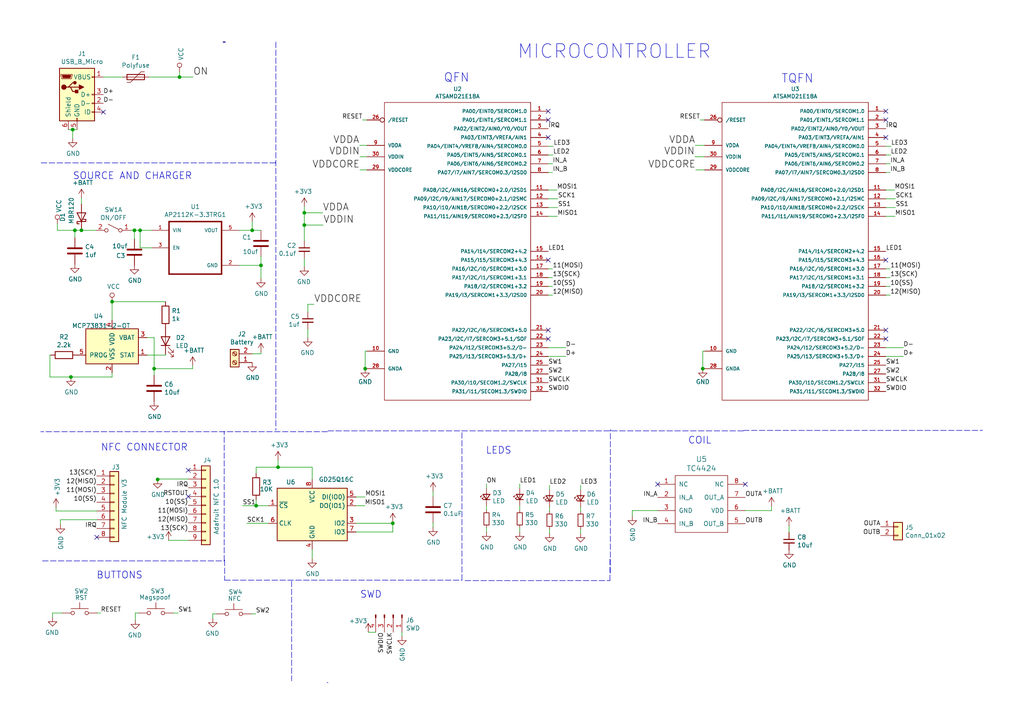
<source format=kicad_sch>
(kicad_sch (version 20211123) (generator eeschema)
  (paper "A4")
  (title_block (title "NFC Copy Cat") (date "2021-04-16") (rev "1.5v") (company "Electronic Cats") (comment 2 "Eduardo Contreras") (comment 3 "Andres Sabas") (comment 4 "Juan Eduardo Rangel Macias "))
  (lib_symbols
    (symbol "Battery_Management:MCP73831-2-OT" (pin_names (offset 1.016))
      (property "Reference" "U" (at -7.62 6.35 0))
      (property "Value" "MCP73831-2-OT" (at 1.27 6.35 0))
      (symbol "MCP73831-2-OT_1_1"
        (pin output line (at 10.16 -2.54 180) (length 2.54) (name "STAT") (number "1"))
        (pin power_in line (at 0 -7.62 90) (length 2.54) (name "VSS") (number "2"))
        (pin power_out line (at 10.16 2.54 180) (length 2.54) (name "VBAT") (number "3"))
        (pin power_in line (at 0 7.62 270) (length 2.54) (name "VDD") (number "4"))
        (pin input line (at -10.16 -2.54 0) (length 2.54) (name "PROG") (number "5"))
      )
    )
    (symbol "Connector:Conn_01x04_Male" (pin_names (offset 1.016) hide)
      (property "Reference" "J" (at 0 5.08 0))
      (property "Value" "Conn_01x04_Male" (at 0 -7.62 0))
      (symbol "Conn_01x04_Male_1_1"
        (pin passive line (at 5.08 2.54 180) (length 3.81) (name "Pin_1") (number "1"))
        (pin passive line (at 5.08 0 180) (length 3.81) (name "Pin_2") (number "2"))
        (pin passive line (at 5.08 -2.54 180) (length 3.81) (name "Pin_3") (number "3"))
        (pin passive line (at 5.08 -5.08 180) (length 3.81) (name "Pin_4") (number "4"))
      )
    )
    (symbol "Connector:Screw_Terminal_01x02" (pin_names (offset 1.016) hide)
      (property "Reference" "J" (at 0 2.54 0))
      (property "Value" "Screw_Terminal_01x02" (at 0 -5.08 0))
      (symbol "Screw_Terminal_01x02_1_1"
        (pin passive line (at -5.08 0 0) (length 3.81) (name "Pin_1") (number "1"))
        (pin passive line (at -5.08 -2.54 0) (length 3.81) (name "Pin_2") (number "2"))
      )
    )
    (symbol "Connector_Generic:Conn_01x02" (pin_names (offset 1.016) hide)
      (property "Reference" "J" (at 0 2.54 0))
      (property "Value" "Conn_01x02" (at 0 -5.08 0))
      (symbol "Conn_01x02_1_1"
        (pin passive line (at -5.08 0 0) (length 3.81) (name "Pin_1") (number "1"))
        (pin passive line (at -5.08 -2.54 0) (length 3.81) (name "Pin_2") (number "2"))
      )
    )
    (symbol "Connector_Generic:Conn_01x08" (pin_names (offset 1.016) hide)
      (property "Reference" "J" (at 0 10.16 0))
      (property "Value" "Conn_01x08" (at 0 -12.7 0))
      (symbol "Conn_01x08_1_1"
        (pin passive line (at -5.08 7.62 0) (length 3.81) (name "Pin_1") (number "1"))
        (pin passive line (at -5.08 5.08 0) (length 3.81) (name "Pin_2") (number "2"))
        (pin passive line (at -5.08 2.54 0) (length 3.81) (name "Pin_3") (number "3"))
        (pin passive line (at -5.08 0 0) (length 3.81) (name "Pin_4") (number "4"))
        (pin passive line (at -5.08 -2.54 0) (length 3.81) (name "Pin_5") (number "5"))
        (pin passive line (at -5.08 -5.08 0) (length 3.81) (name "Pin_6") (number "6"))
        (pin passive line (at -5.08 -7.62 0) (length 3.81) (name "Pin_7") (number "7"))
        (pin passive line (at -5.08 -10.16 0) (length 3.81) (name "Pin_8") (number "8"))
      )
    )
    (symbol "Connector_Generic:Conn_01x09" (pin_names (offset 1.016) hide)
      (property "Reference" "J" (at 0 12.7 0))
      (property "Value" "Conn_01x09" (at 0 -12.7 0))
      (symbol "Conn_01x09_1_1"
        (pin passive line (at -5.08 10.16 0) (length 3.81) (name "Pin_1") (number "1"))
        (pin passive line (at -5.08 7.62 0) (length 3.81) (name "Pin_2") (number "2"))
        (pin passive line (at -5.08 5.08 0) (length 3.81) (name "Pin_3") (number "3"))
        (pin passive line (at -5.08 2.54 0) (length 3.81) (name "Pin_4") (number "4"))
        (pin passive line (at -5.08 0 0) (length 3.81) (name "Pin_5") (number "5"))
        (pin passive line (at -5.08 -2.54 0) (length 3.81) (name "Pin_6") (number "6"))
        (pin passive line (at -5.08 -5.08 0) (length 3.81) (name "Pin_7") (number "7"))
        (pin passive line (at -5.08 -7.62 0) (length 3.81) (name "Pin_8") (number "8"))
        (pin passive line (at -5.08 -10.16 0) (length 3.81) (name "Pin_9") (number "9"))
      )
    )
    (symbol "Device:C" (pin_numbers hide) (pin_names (offset 0.254))
      (property "Reference" "C" (at 0.635 2.54 0))
      (property "Value" "C" (at 0.635 -2.54 0))
      (symbol "C_1_1"
        (pin passive line (at 0 3.81 270) (length 2.794) (name "~") (number "1"))
        (pin passive line (at 0 -3.81 90) (length 2.794) (name "~") (number "2"))
      )
    )
    (symbol "Device:C_Small" (pin_numbers hide) (pin_names (offset 0.254) hide)
      (property "Reference" "C" (at 0.254 1.778 0))
      (property "Value" "C_Small" (at 0.254 -2.032 0))
      (symbol "C_Small_1_1"
        (pin passive line (at 0 2.54 270) (length 2.032) (name "~") (number "1"))
        (pin passive line (at 0 -2.54 90) (length 2.032) (name "~") (number "2"))
      )
    )
    (symbol "Device:D_Schottky" (pin_numbers hide) (pin_names (offset 1.016) hide)
      (property "Reference" "D" (at 0 2.54 0))
      (property "Value" "D_Schottky" (at 0 -2.54 0))
      (symbol "D_Schottky_1_1"
        (pin passive line (at -3.81 0 0) (length 2.54) (name "K") (number "1"))
        (pin passive line (at 3.81 0 180) (length 2.54) (name "A") (number "2"))
      )
    )
    (symbol "Device:LED" (pin_numbers hide) (pin_names (offset 1.016) hide)
      (property "Reference" "D" (at 0 2.54 0))
      (property "Value" "LED" (at 0 -2.54 0))
      (symbol "LED_1_1"
        (pin passive line (at -3.81 0 0) (length 2.54) (name "K") (number "1"))
        (pin passive line (at 3.81 0 180) (length 2.54) (name "A") (number "2"))
      )
    )
    (symbol "Device:LED_Small" (pin_numbers hide) (pin_names (offset 0.254) hide)
      (property "Reference" "D" (at -1.27 3.175 0))
      (property "Value" "LED_Small" (at -4.445 -2.54 0))
      (symbol "LED_Small_1_1"
        (pin passive line (at -2.54 0 0) (length 1.778) (name "K") (number "1"))
        (pin passive line (at 2.54 0 180) (length 1.778) (name "A") (number "2"))
      )
    )
    (symbol "Device:Polyfuse" (pin_numbers hide) (pin_names (offset 0))
      (property "Reference" "F" (at -2.54 0 90))
      (property "Value" "Polyfuse" (at 2.54 0 90))
      (symbol "Polyfuse_1_1"
        (pin passive line (at 0 3.81 270) (length 1.27) (name "~") (number "1"))
        (pin passive line (at 0 -3.81 90) (length 1.27) (name "~") (number "2"))
      )
    )
    (symbol "Device:R" (pin_numbers hide) (pin_names (offset 0))
      (property "Reference" "R" (at 2.032 0 90))
      (property "Value" "R" (at 0 0 90))
      (symbol "R_1_1"
        (pin passive line (at 0 3.81 270) (length 1.27) (name "~") (number "1"))
        (pin passive line (at 0 -3.81 90) (length 1.27) (name "~") (number "2"))
      )
    )
    (symbol "Device:R_Small" (pin_numbers hide) (pin_names (offset 0.254) hide)
      (property "Reference" "R" (at 0.762 0.508 0))
      (property "Value" "R_Small" (at 0.762 -1.016 0))
      (symbol "R_Small_1_1"
        (pin passive line (at 0 2.54 270) (length 0.762) (name "~") (number "1"))
        (pin passive line (at 0 -2.54 90) (length 0.762) (name "~") (number "2"))
      )
    )
    (symbol "Memory_Flash:W25Q32JVSS"
      (property "Reference" "U" (at -8.89 8.89 0))
      (property "Value" "W25Q32JVSS" (at 7.62 8.89 0))
      (symbol "W25Q32JVSS_1_1"
        (pin input line (at -12.7 2.54 0) (length 2.54) (name "~{CS}") (number "1"))
        (pin bidirectional line (at 12.7 2.54 180) (length 2.54) (name "DO(IO1)") (number "2"))
        (pin bidirectional line (at 12.7 -2.54 180) (length 2.54) (name "IO2") (number "3"))
        (pin power_in line (at 0 -10.16 90) (length 2.54) (name "GND") (number "4"))
        (pin bidirectional line (at 12.7 5.08 180) (length 2.54) (name "DI(IO0)") (number "5"))
        (pin input line (at -12.7 -2.54 0) (length 2.54) (name "CLK") (number "6"))
        (pin bidirectional line (at 12.7 -5.08 180) (length 2.54) (name "IO3") (number "7"))
        (pin power_in line (at 0 10.16 270) (length 2.54) (name "VCC") (number "8"))
      )
    )
    (symbol "nfc_copy_cat-rescue:AP2112K-3.3TRG1-electroniccats" (pin_names (offset 1.016))
      (property "Reference" "U" (at -7.6708 8.6614 0))
      (property "Value" "AP2112K-3.3TRG1-electroniccats" (at -7.6454 -11.6586 0))
      (symbol "AP2112K-3.3TRG1-electroniccats_0_0"
        (pin power_in line (at -12.7 5.08 0) (length 5.08) (name "VIN") (number "1"))
        (pin power_in line (at 12.7 -5.08 180) (length 5.08) (name "GND") (number "2"))
        (pin input line (at -12.7 0 0) (length 5.08) (name "EN") (number "3"))
        (pin power_in line (at 12.7 5.08 180) (length 5.08) (name "VOUT") (number "5"))
      )
    )
    (symbol "nfc_copy_cat-rescue:ATSAMD21E18A-electroniccats" (pin_names (offset 1.016))
      (property "Reference" "U" (at -11.938 43.434 0))
      (property "Value" "ATSAMD21E18A-electroniccats" (at 20.828 43.942 0))
      (symbol "ATSAMD21E18A-electroniccats_1_1"
        (pin bidirectional line (at 35.56 40.64 180) (length 5.08) (name "PA00/EINT0/SERCOM1.0") (number "1"))
        (pin power_in line (at -17.018 -28.956 0) (length 5.08) (name "GND") (number "10"))
        (pin bidirectional line (at 35.56 17.78 180) (length 5.08) (name "PA08/I2C/AIN16/SERCOM0+2.0/I2SD1") (number "11"))
        (pin bidirectional line (at 35.56 15.24 180) (length 5.08) (name "PA09/I2C/I9/AIN17/SERCOM0+2.1/I2SMC") (number "12"))
        (pin bidirectional line (at 35.56 12.7 180) (length 5.08) (name "PA10/I10/AIN18/SERCOM0+2.2/I2SCK") (number "13"))
        (pin bidirectional line (at 35.56 10.16 180) (length 5.08) (name "PA11/I11/AIN19/SERCOM0+2.3/I2SF0") (number "14"))
        (pin bidirectional line (at 35.56 0 180) (length 5.08) (name "PA14/I14/SERCOM2+4.2") (number "15"))
        (pin bidirectional line (at 35.56 -2.54 180) (length 5.08) (name "PA15/I15/SERCOM3+4.3") (number "16"))
        (pin bidirectional line (at 35.56 -5.08 180) (length 5.08) (name "PA16/I2C/I0/SERCOM1+3.0") (number "17"))
        (pin bidirectional line (at 35.56 -7.62 180) (length 5.08) (name "PA17/I2C/I1/SERCOM1+3.1") (number "18"))
        (pin bidirectional line (at 35.56 -10.16 180) (length 5.08) (name "PA18/I2/SERCOM1+3.2") (number "19"))
        (pin bidirectional line (at 35.56 38.1 180) (length 5.08) (name "PA01/EINT1/SERCOM1.1") (number "2"))
        (pin bidirectional line (at 35.56 -12.7 180) (length 5.08) (name "PA19/I3/SERCOM1+3.3/I2SD0") (number "20"))
        (pin bidirectional line (at 35.56 -22.86 180) (length 5.08) (name "PA22/I2C/I6/SERCOM3+5.0") (number "21"))
        (pin bidirectional line (at 35.56 -25.4 180) (length 5.08) (name "PA23/I2C/I7/SERCOM3+5.1/SOF") (number "22"))
        (pin bidirectional line (at 35.56 -27.94 180) (length 5.08) (name "PA24/I12/SERCOM3+5.2/D-") (number "23"))
        (pin bidirectional line (at 35.56 -30.48 180) (length 5.08) (name "PA25/I13/SERCOM3+5.3/D+") (number "24"))
        (pin bidirectional line (at 35.56 -33.02 180) (length 5.08) (name "PA27/I15") (number "25"))
        (pin bidirectional inverted (at -17.018 38.1 0) (length 5.08) (name "/RESET") (number "26"))
        (pin bidirectional line (at 35.56 -35.56 180) (length 5.08) (name "PA28/I8") (number "27"))
        (pin power_in line (at -17.018 -34.036 0) (length 5.08) (name "GNDA") (number "28"))
        (pin power_in line (at -17.018 23.622 0) (length 5.08) (name "VDDCORE") (number "29"))
        (pin bidirectional line (at 35.56 35.56 180) (length 5.08) (name "PA02/EINT2/AIN0/Y0/VOUT") (number "3"))
        (pin power_in line (at -17.018 27.432 0) (length 5.08) (name "VDDIN") (number "30"))
        (pin bidirectional line (at 35.56 -38.1 180) (length 5.08) (name "PA30/I10/SECOM1.2/SWCLK") (number "31"))
        (pin bidirectional line (at 35.56 -40.64 180) (length 5.08) (name "PA31/I11/SECOM1.3/SWDIO") (number "32"))
        (pin bidirectional line (at 35.56 33.02 180) (length 5.08) (name "PA03/EINT3/VREFA/AIN1") (number "4"))
        (pin bidirectional line (at 35.56 30.48 180) (length 5.08) (name "PA04/EINT4/VREFB/AIN4/SERCOM0.0") (number "5"))
        (pin bidirectional line (at 35.56 27.94 180) (length 5.08) (name "PA05/EINT5/AIN5/SERCOM0.1") (number "6"))
        (pin bidirectional line (at 35.56 25.4 180) (length 5.08) (name "PA06/EINT6/AIN6/SERCOM0.2") (number "7"))
        (pin bidirectional line (at 35.56 22.86 180) (length 5.08) (name "PA07/I7/AIN7/SERCOM0.3/I2SD0") (number "8"))
        (pin power_in line (at -17.018 30.734 0) (length 5.08) (name "VDDA") (number "9"))
      )
    )
    (symbol "nfc_copy_cat-rescue:GND-MagSpoofTC-cache" (power) (pin_names (offset 0))
      (property "Value" "GND-MagSpoofTC-cache" (at 0 -3.81 0))
      (symbol "GND-MagSpoofTC-cache_1_1"
        (pin power_in line (at 0 0 270) (length 0) hide (name "GND") (number "1"))
      )
    )
    (symbol "nfc_copy_cat-rescue:SW_DPST_x2-Switch" (pin_names (offset 0) hide)
      (property "Reference" "SW" (at 0 3.175 0))
      (property "Value" "SW_DPST_x2-Switch" (at 0 -2.54 0))
      (symbol "SW_DPST_x2-Switch_1_1"
        (pin passive line (at -5.08 0 0) (length 2.54) (name "A") (number "1"))
        (pin passive line (at 5.08 0 180) (length 2.54) (name "B") (number "2"))
      )
      (symbol "SW_DPST_x2-Switch_2_1"
        (pin input line (at -5.08 0 0) (length 2.54) (name "A") (number "3"))
        (pin input line (at 5.08 0 180) (length 2.54) (name "B") (number "4"))
      )
    )
    (symbol "nfc_copy_cat-rescue:Switch_SW_Push-Bast_WAN-cache" (pin_numbers hide) (pin_names (offset 1.016) hide)
      (property "Reference" "SW" (at 1.27 2.54 0))
      (property "Value" "Switch_SW_Push-Bast_WAN-cache" (at 0 -1.524 0))
      (symbol "Switch_SW_Push-Bast_WAN-cache_0_1"
        (pin passive line (at -5.08 0 0) (length 2.54) (name "1") (number "1"))
        (pin passive line (at 5.08 0 180) (length 2.54) (name "2") (number "2"))
      )
    )
    (symbol "nfc_copy_cat-rescue:TC4424-MagSpoofTC-cache" (pin_names (offset 1.016))
      (property "Reference" "U" (at 6.35 -8.89 0))
      (property "Value" "TC4424-MagSpoofTC-cache" (at -3.81 -8.89 0))
      (symbol "TC4424-MagSpoofTC-cache_1_1"
        (pin input line (at -12.7 6.35 0) (length 5.08) (name "NC") (number "1"))
        (pin input line (at -12.7 2.54 0) (length 5.08) (name "IN_A") (number "2"))
        (pin input line (at -12.7 -1.27 0) (length 5.08) (name "GND") (number "3"))
        (pin input line (at -12.7 -5.08 0) (length 5.08) (name "IN_B") (number "4"))
        (pin input line (at 12.7 -5.08 180) (length 5.08) (name "OUT_B") (number "5"))
        (pin input line (at 12.7 -1.27 180) (length 5.08) (name "VDD") (number "6"))
        (pin input line (at 12.7 2.54 180) (length 5.08) (name "OUT_A") (number "7"))
        (pin input line (at 12.7 6.35 180) (length 5.08) (name "NC") (number "8"))
      )
    )
    (symbol "nfc_copy_cat-rescue:USB_B_Micro-Connector" (pin_names (offset 1.016))
      (property "Reference" "J" (at -5.08 11.43 0))
      (property "Value" "USB_B_Micro-Connector" (at -5.08 8.89 0))
      (symbol "USB_B_Micro-Connector_1_1"
        (pin power_out line (at 7.62 5.08 180) (length 2.54) (name "VBUS") (number "1"))
        (pin passive line (at 7.62 -2.54 180) (length 2.54) (name "D-") (number "2"))
        (pin passive line (at 7.62 0 180) (length 2.54) (name "D+") (number "3"))
        (pin passive line (at 7.62 -5.08 180) (length 2.54) (name "ID") (number "4"))
        (pin power_out line (at 0 -10.16 90) (length 2.54) (name "GND") (number "5"))
        (pin passive line (at -2.54 -10.16 90) (length 2.54) (name "Shield") (number "6"))
      )
    )
    (symbol "nfc_copy_cat-rescue:VCC-MagSpoofTC-cache" (power) (pin_names (offset 0))
      (property "Value" "VCC-MagSpoofTC-cache" (at 0 3.81 0))
      (symbol "VCC-MagSpoofTC-cache_1_1"
        (pin power_in line (at 0 0 90) (length 0) hide (name "VCC") (number "1"))
      )
    )
    (symbol "power:+3.3V" (power) (pin_names (offset 0))
      (property "Value" "+3.3V" (at 0 3.556 0))
      (symbol "+3.3V_1_1"
        (pin power_in line (at 0 0 90) (length 0) hide (name "+3V3") (number "1"))
      )
    )
    (symbol "power:+BATT" (power) (pin_names (offset 0))
      (property "Value" "+BATT" (at 0 3.556 0))
      (symbol "+BATT_1_1"
        (pin power_in line (at 0 0 90) (length 0) hide (name "+BATT") (number "1"))
      )
    )
    (symbol "power:GND" (power) (pin_names (offset 0))
      (property "Value" "GND" (at 0 -3.81 0))
      (symbol "GND_1_1"
        (pin power_in line (at 0 0 270) (length 0) hide (name "GND") (number "1"))
      )
    )
  )
  (junction (at 80.645 135.509))
  (junction (at 75.692 76.962))
  (junction (at 23.622 66.802))
  (junction (at 45.72 139.065))
  (junction (at 21.082 37.592))
  (junction (at 21.717 66.802))
  (junction (at 88.265 65.278))
  (junction (at 44.704 106.934))
  (junction (at 203.835 106.934))
  (junction (at 40.64 66.802))
  (junction (at 74.295 146.685))
  (junction (at 20.574 109.347))
  (junction (at 38.989 66.802))
  (junction (at 113.919 151.765))
  (junction (at 73.152 66.802))
  (junction (at 52.07 22.352))
  (junction (at 88.265 61.722))
  (junction (at 105.918 106.934))
  (junction (at 32.512 87.503))
  (no_connect (at 29.972 32.512))
  (no_connect (at 256.921 98.298))
  (no_connect (at 159.004 32.258))
  (no_connect (at 28.067 155.829))
  (no_connect (at 54.61 144.018))
  (no_connect (at 256.921 32.258))
  (no_connect (at 159.004 34.798))
  (no_connect (at 159.004 98.298))
  (no_connect (at 54.61 136.398))
  (no_connect (at 159.004 75.438))
  (no_connect (at 256.921 39.878))
  (no_connect (at 159.004 39.878))
  (no_connect (at 256.921 95.758))
  (no_connect (at 159.004 95.758))
  (no_connect (at 190.754 140.462))
  (no_connect (at 256.921 75.438))
  (no_connect (at 256.921 34.798))
  (no_connect (at 216.154 140.462))
  (wire (pts (xy 17.526 150.749) (xy 17.526 152.146)))
  (wire (pts (xy 258.191 80.518) (xy 256.921 80.518)))
  (wire (pts (xy 141.097 146.685) (xy 141.097 147.955)))
  (wire (pts (xy 43.18 22.352) (xy 52.07 22.352)))
  (polyline (pts (xy 215.646 124.841) (xy 284.861 124.841)))
  (wire (pts (xy 256.921 77.978) (xy 258.191 77.978)))
  (wire (pts (xy 262.001 100.838) (xy 256.921 100.838)))
  (wire (pts (xy 88.265 65.278) (xy 88.265 69.85)))
  (wire (pts (xy 203.073 34.798) (xy 204.343 34.798)))
  (wire (pts (xy 14.478 102.997) (xy 14.478 109.347)))
  (wire (pts (xy 16.637 66.802) (xy 21.717 66.802)))
  (wire (pts (xy 19.812 37.592) (xy 21.082 37.592)))
  (wire (pts (xy 42.672 102.997) (xy 48.006 102.997)))
  (wire (pts (xy 168.402 153.416) (xy 168.402 154.686)))
  (wire (pts (xy 48.895 156.718) (xy 54.61 156.718)))
  (wire (pts (xy 89.281 88.265) (xy 91.059 88.265)))
  (wire (pts (xy 103.251 154.305) (xy 113.919 154.305)))
  (wire (pts (xy 159.004 55.118) (xy 161.544 55.118)))
  (wire (pts (xy 159.004 62.738) (xy 161.671 62.738)))
  (wire (pts (xy 113.919 151.765) (xy 113.919 154.305)))
  (wire (pts (xy 61.722 178.054) (xy 62.738 178.054)))
  (wire (pts (xy 201.676 42.164) (xy 204.343 42.164)))
  (wire (pts (xy 159.004 77.978) (xy 160.274 77.978)))
  (wire (pts (xy 52.07 22.352) (xy 52.07 20.828)))
  (wire (pts (xy 29.972 22.352) (xy 35.56 22.352)))
  (wire (pts (xy 159.004 47.498) (xy 160.274 47.498)))
  (wire (pts (xy 16.637 66.802) (xy 16.637 64.897)))
  (polyline (pts (xy 84.582 168.529) (xy 84.582 197.485)))
  (wire (pts (xy 21.082 37.592) (xy 22.352 37.592)))
  (wire (pts (xy 203.835 101.854) (xy 204.343 101.854)))
  (wire (pts (xy 89.281 97.917) (xy 89.281 95.504)))
  (wire (pts (xy 73.152 102.616) (xy 75.692 102.616)))
  (wire (pts (xy 256.921 62.738) (xy 259.588 62.738)))
  (polyline (pts (xy 95.123 197.993) (xy 94.869 197.993)))
  (wire (pts (xy 159.004 42.418) (xy 160.528 42.418)))
  (wire (pts (xy 103.251 144.145) (xy 105.918 144.145)))
  (wire (pts (xy 43.942 71.882) (xy 40.64 71.882)))
  (wire (pts (xy 103.251 146.685) (xy 105.791 146.685)))
  (wire (pts (xy 228.854 154.432) (xy 228.854 152.527)))
  (wire (pts (xy 159.004 44.958) (xy 160.401 44.958)))
  (wire (pts (xy 150.749 153.035) (xy 150.749 154.305)))
  (wire (pts (xy 44.704 106.934) (xy 44.704 108.839)))
  (wire (pts (xy 77.851 146.685) (xy 74.295 146.685)))
  (wire (pts (xy 14.732 102.997) (xy 14.478 102.997)))
  (wire (pts (xy 75.692 76.962) (xy 75.692 80.772)))
  (wire (pts (xy 183.388 148.082) (xy 183.388 149.733)))
  (wire (pts (xy 104.267 42.164) (xy 106.426 42.164)))
  (wire (pts (xy 75.692 74.422) (xy 75.692 76.962)))
  (polyline (pts (xy 80.01 12.192) (xy 80.01 124.841)))
  (wire (pts (xy 90.551 159.385) (xy 90.551 162.052)))
  (wire (pts (xy 29.21 177.8) (xy 28.194 177.8)))
  (wire (pts (xy 55.88 106.045) (xy 55.88 106.934)))
  (wire (pts (xy 203.835 106.934) (xy 204.343 106.934)))
  (wire (pts (xy 80.645 135.509) (xy 90.551 135.509)))
  (wire (pts (xy 88.265 59.944) (xy 88.265 61.722)))
  (wire (pts (xy 256.921 50.038) (xy 258.191 50.038)))
  (wire (pts (xy 21.082 37.592) (xy 21.082 40.132)))
  (polyline (pts (xy 177.038 166.243) (xy 177.038 124.714)))
  (wire (pts (xy 70.358 146.685) (xy 74.295 146.685)))
  (wire (pts (xy 73.152 66.802) (xy 69.342 66.802)))
  (wire (pts (xy 51.689 177.8) (xy 50.292 177.8)))
  (wire (pts (xy 125.603 151.638) (xy 125.603 152.908)))
  (wire (pts (xy 74.295 135.509) (xy 80.645 135.509)))
  (wire (pts (xy 106.807 183.388) (xy 108.966 183.388)))
  (wire (pts (xy 201.803 49.276) (xy 204.343 49.276)))
  (wire (pts (xy 75.692 66.802) (xy 73.152 66.802)))
  (polyline (pts (xy 65.151 168.275) (xy 133.985 168.275)))
  (wire (pts (xy 73.152 64.262) (xy 73.152 66.802)))
  (wire (pts (xy 88.265 74.93) (xy 88.265 77.343)))
  (wire (pts (xy 48.006 102.997) (xy 48.006 102.743)))
  (wire (pts (xy 159.385 153.416) (xy 159.385 154.686)))
  (wire (pts (xy 258.191 85.598) (xy 256.921 85.598)))
  (wire (pts (xy 28.067 150.749) (xy 17.526 150.749)))
  (wire (pts (xy 141.097 140.335) (xy 141.097 141.605)))
  (wire (pts (xy 89.281 90.424) (xy 89.281 88.265)))
  (wire (pts (xy 159.004 57.658) (xy 161.798 57.658)))
  (wire (pts (xy 37.973 66.802) (xy 38.989 66.802)))
  (wire (pts (xy 44.704 97.917) (xy 44.704 106.934)))
  (wire (pts (xy 45.72 139.065) (xy 45.72 138.938)))
  (wire (pts (xy 74.295 146.685) (xy 74.295 144.907)))
  (wire (pts (xy 141.097 153.035) (xy 141.097 154.305)))
  (wire (pts (xy 256.921 83.058) (xy 258.191 83.058)))
  (wire (pts (xy 28.067 148.209) (xy 16.256 148.209)))
  (wire (pts (xy 256.921 55.118) (xy 259.461 55.118)))
  (wire (pts (xy 256.921 44.958) (xy 258.318 44.958)))
  (wire (pts (xy 90.551 135.509) (xy 90.551 139.065)))
  (wire (pts (xy 216.154 148.082) (xy 223.774 148.082)))
  (wire (pts (xy 21.717 68.961) (xy 21.717 66.802)))
  (wire (pts (xy 40.64 71.882) (xy 40.64 66.802)))
  (wire (pts (xy 168.402 140.716) (xy 168.402 141.986)))
  (wire (pts (xy 160.274 85.598) (xy 159.004 85.598)))
  (polyline (pts (xy 12.319 162.687) (xy 65.024 162.687)))
  (wire (pts (xy 159.004 103.378) (xy 164.084 103.378)))
  (wire (pts (xy 88.265 61.722) (xy 88.265 65.278)))
  (wire (pts (xy 93.726 65.278) (xy 88.265 65.278)))
  (wire (pts (xy 105.918 101.854) (xy 105.918 106.934)))
  (wire (pts (xy 77.851 151.765) (xy 71.628 151.765)))
  (wire (pts (xy 159.385 140.716) (xy 159.385 141.986)))
  (polyline (pts (xy 65.024 162.687) (xy 65.024 125.095)))
  (wire (pts (xy 56.007 22.352) (xy 52.07 22.352)))
  (wire (pts (xy 256.921 103.378) (xy 262.001 103.378)))
  (polyline (pts (xy 94.996 125.222) (xy 11.811 125.222)))
  (polyline (pts (xy 11.938 47.244) (xy 79.883 47.244)))
  (wire (pts (xy 14.478 109.347) (xy 20.574 109.347)))
  (wire (pts (xy 150.749 146.685) (xy 150.749 147.955)))
  (polyline (pts (xy 177.038 124.714) (xy 177.292 124.714)))
  (bus (pts (xy 65.278 12.192) (xy 64.77 12.192)))
  (wire (pts (xy 103.251 151.765) (xy 113.919 151.765)))
  (wire (pts (xy 159.004 83.058) (xy 160.274 83.058)))
  (wire (pts (xy 32.512 87.503) (xy 48.006 87.503)))
  (wire (pts (xy 80.645 133.477) (xy 80.645 135.509)))
  (wire (pts (xy 40.64 66.802) (xy 43.942 66.802)))
  (wire (pts (xy 45.72 138.938) (xy 54.61 138.938)))
  (wire (pts (xy 15.24 177.8) (xy 18.034 177.8)))
  (wire (pts (xy 23.622 66.802) (xy 27.813 66.802)))
  (polyline (pts (xy 133.985 168.275) (xy 133.985 124.841)))
  (wire (pts (xy 105.918 106.934) (xy 106.426 106.934)))
  (wire (pts (xy 42.672 97.917) (xy 44.704 97.917)))
  (wire (pts (xy 93.599 61.722) (xy 88.265 61.722)))
  (wire (pts (xy 159.004 50.038) (xy 160.274 50.038)))
  (wire (pts (xy 55.88 106.934) (xy 44.704 106.934)))
  (wire (pts (xy 190.754 148.082) (xy 183.388 148.082)))
  (wire (pts (xy 159.004 60.198) (xy 161.798 60.198)))
  (wire (pts (xy 23.622 59.182) (xy 23.622 57.404)))
  (wire (pts (xy 105.156 34.798) (xy 106.426 34.798)))
  (wire (pts (xy 32.512 108.077) (xy 32.512 109.347)))
  (polyline (pts (xy 176.911 168.402) (xy 176.911 162.052)))
  (wire (pts (xy 39.243 177.8) (xy 40.132 177.8)))
  (wire (pts (xy 15.24 179.07) (xy 15.24 177.8)))
  (wire (pts (xy 61.722 179.324) (xy 61.722 178.054)))
  (wire (pts (xy 69.342 76.962) (xy 75.692 76.962)))
  (wire (pts (xy 104.394 45.466) (xy 106.426 45.466)))
  (wire (pts (xy 256.921 42.418) (xy 258.445 42.418)))
  (polyline (pts (xy 215.646 124.968) (xy 95.123 124.968)))
  (wire (pts (xy 39.243 179.832) (xy 39.243 177.8)))
  (wire (pts (xy 116.586 183.388) (xy 116.586 184.531)))
  (wire (pts (xy 125.603 144.018) (xy 125.603 142.494)))
  (polyline (pts (xy 65.151 162.433) (xy 65.151 168.275)))
  (wire (pts (xy 38.989 69.342) (xy 38.989 66.802)))
  (wire (pts (xy 21.717 66.802) (xy 23.622 66.802)))
  (polyline (pts (xy 134.874 168.402) (xy 176.911 168.402)))
  (wire (pts (xy 201.549 45.466) (xy 204.343 45.466)))
  (wire (pts (xy 159.385 147.066) (xy 159.385 148.336)))
  (wire (pts (xy 75.692 102.616) (xy 75.692 102.108)))
  (wire (pts (xy 223.774 148.082) (xy 223.774 146.812)))
  (wire (pts (xy 164.084 100.838) (xy 159.004 100.838)))
  (wire (pts (xy 168.402 147.066) (xy 168.402 148.336)))
  (wire (pts (xy 256.921 47.498) (xy 258.191 47.498)))
  (polyline (pts (xy 284.861 124.841) (xy 284.861 124.714)))
  (wire (pts (xy 104.394 49.276) (xy 106.426 49.276)))
  (wire (pts (xy 256.921 60.198) (xy 259.715 60.198)))
  (wire (pts (xy 16.256 148.209) (xy 16.256 147.193)))
  (wire (pts (xy 105.918 101.854) (xy 106.426 101.854)))
  (wire (pts (xy 113.919 151.384) (xy 113.919 151.765)))
  (wire (pts (xy 256.921 57.658) (xy 259.715 57.658)))
  (wire (pts (xy 203.835 101.854) (xy 203.835 106.934)))
  (wire (pts (xy 72.898 178.054) (xy 74.168 178.054)))
  (wire (pts (xy 38.989 66.802) (xy 40.64 66.802)))
  (wire (pts (xy 32.512 109.347) (xy 20.574 109.347)))
  (wire (pts (xy 32.512 92.837) (xy 32.512 87.503)))
  (wire (pts (xy 160.274 80.518) (xy 159.004 80.518)))
  (wire (pts (xy 150.749 140.335) (xy 150.749 141.605)))
  (polyline (pts (xy 79.883 47.244) (xy 79.883 46.99)))
  (wire (pts (xy 74.295 137.287) (xy 74.295 135.509)))
  (text "QFN" (at 128.651 24.13 0) (effects (font (size 2.4892 2.4892)) (justify left bottom)))
  (text "NFC CONNECTOR" (at 29.21 131.064 0) (effects (font (size 2.0066 2.0066)) (justify left bottom)))
  (text "LEDS" (at 140.843 131.953 0) (effects (font (size 2.0066 2.0066)) (justify left bottom)))
  (text "SWD" (at 104.394 173.736 0) (effects (font (size 2.0066 2.0066)) (justify left bottom)))
  (text "TQFN" (at 226.568 24.384 0) (effects (font (size 2.4892 2.4892)) (justify left bottom)))
  (text "SOURCE AND CHARGER" (at 21.082 52.324 0) (effects (font (size 2.0066 2.0066)) (justify left bottom)))
  (text "COIL" (at 199.517 129.032 0) (effects (font (size 2.0066 2.0066)) (justify left bottom)))
  (text "BUTTONS" (at 27.94 168.148 0) (effects (font (size 2.0066 2.0066)) (justify left bottom)))
  (text "MICROCONTROLLER" (at 149.987 17.399 0) (effects (font (size 3.9878 3.9878)) (justify left bottom)))
  (label "IN_B" (at 190.754 151.892 180))
  (label "ON" (at 56.007 22.352 0) (effects (font (size 2.0066 2.0066))))
  (label "SS1" (at 259.715 60.198 0))
  (label "OUTB" (at 255.397 155.321 180))
  (label "OUTA" (at 216.154 144.272 0))
  (label "IN_A" (at 258.191 47.498 0))
  (label "VDDIN" (at 104.394 45.466 180) (effects (font (size 2.0066 2.0066))))
  (label "RESET" (at 203.073 34.798 180))
  (label "12(MISO)" (at 160.274 85.598 0))
  (label "LED1" (at 150.749 140.335 0))
  (label "MISO1" (at 105.791 146.685 0))
  (label "SWCLK" (at 256.921 110.998 0))
  (label "SW1" (at 51.689 177.8 0))
  (label "D+" (at 262.001 103.378 0))
  (label "11(MOSI)" (at 28.067 143.129 180))
  (label "IN_A" (at 190.754 144.272 180))
  (label "VDDA" (at 201.676 42.164 180) (effects (font (size 2.0066 2.0066))))
  (label "SWDIO" (at 111.506 183.388 270))
  (label "SWDIO" (at 256.921 113.538 0))
  (label "SWDIO" (at 159.004 113.538 0))
  (label "10(SS)" (at 54.61 146.558 180))
  (label "IN_B" (at 160.274 50.038 0))
  (label "IRQ" (at 28.067 153.289 180))
  (label "IN_B" (at 258.191 50.038 0))
  (label "MISO1" (at 161.671 62.738 0))
  (label "SW2" (at 159.004 108.458 0))
  (label "11(MOSI)" (at 54.61 149.098 180))
  (label "SCK1" (at 71.628 151.765 0))
  (label "IRQ" (at 159.004 37.338 0))
  (label "VDDA" (at 104.267 42.164 180) (effects (font (size 2.0066 2.0066))))
  (label "12(MISO)" (at 54.61 151.638 180))
  (label "IN_A" (at 160.274 47.498 0))
  (label "LED3" (at 168.402 140.716 0))
  (label "D-" (at 164.084 100.838 0))
  (label "MOSI1" (at 161.544 55.118 0))
  (label "RESET" (at 105.156 34.798 180))
  (label "D-" (at 262.001 100.838 0))
  (label "LED2" (at 258.318 44.958 0))
  (label "12(MISO)" (at 258.191 85.598 0))
  (label "IRQ" (at 256.921 37.338 0))
  (label "LED3" (at 258.445 42.418 0))
  (label "SS1" (at 70.358 146.685 0))
  (label "VDDCORE" (at 201.803 49.276 180) (effects (font (size 2.0066 2.0066))))
  (label "D-" (at 29.972 29.972 0))
  (label "VDDCORE" (at 104.394 49.276 180) (effects (font (size 2.0066 2.0066))))
  (label "SWCLK" (at 114.046 183.388 270))
  (label "10(SS)" (at 28.067 145.669 180))
  (label "ON" (at 141.097 140.335 0))
  (label "SW1" (at 159.004 105.918 0))
  (label "SW2" (at 74.168 178.054 0))
  (label "12(MISO)" (at 28.067 140.589 180))
  (label "D+" (at 164.084 103.378 0))
  (label "LED3" (at 160.528 42.418 0))
  (label "13(SCK)" (at 160.274 80.518 0))
  (label "MOSI1" (at 259.461 55.118 0))
  (label "RESET" (at 29.21 177.8 0))
  (label "VDDIN" (at 201.549 45.466 180) (effects (font (size 2.0066 2.0066))))
  (label "OUTA" (at 255.397 152.781 180))
  (label "LED2" (at 159.385 140.716 0))
  (label "VDDCORE" (at 91.059 88.265 0) (effects (font (size 2.0066 2.0066))))
  (label "11(MOSI)" (at 258.191 77.978 0))
  (label "SWCLK" (at 159.004 110.998 0))
  (label "11(MOSI)" (at 160.274 77.978 0))
  (label "RSTOUT" (at 54.61 144.018 180))
  (label "LED2" (at 160.401 44.958 0))
  (label "SS1" (at 161.798 60.198 0))
  (label "VDDIN" (at 93.726 65.278 0) (effects (font (size 2.0066 2.0066))))
  (label "SW2" (at 256.921 108.458 0))
  (label "MOSI1" (at 105.918 144.145 0))
  (label "13(SCK)" (at 28.067 138.049 180))
  (label "SCK1" (at 161.798 57.658 0))
  (label "VDDA" (at 93.599 61.722 0) (effects (font (size 2.0066 2.0066))))
  (label "SW1" (at 256.921 105.918 0))
  (label "10(SS)" (at 160.274 83.058 0))
  (label "13(SCK)" (at 54.61 154.178 180))
  (label "SCK1" (at 259.715 57.658 0))
  (label "LED1" (at 159.004 72.898 0))
  (label "OUTB" (at 216.154 151.892 0))
  (label "MISO1" (at 259.588 62.738 0))
  (label "10(SS)" (at 258.191 83.058 0))
  (label "LED1" (at 256.921 72.898 0))
  (label "D+" (at 29.972 27.432 0))
  (label "IRQ" (at 54.61 141.478 180))
  (label "13(SCK)" (at 258.191 80.518 0))
  (symbol (lib_id "Device:C_Small") (at 89.281 92.964 0) (mirror y) (unit 1)
    (property "Reference" "C5" (at 86.9442 91.7956 0) (effects (justify left)))
    (property "Value" "1uf" (at 86.9442 94.107 0) (effects (justify left)))
    (property "Footprint" "Capacitor_SMD:C_0805_2012Metric_Pad1.15x1.40mm_HandSolder" (effects hide))
  )
  (symbol (lib_id "nfc_copy_cat-rescue:TC4424-MagSpoofTC-cache") (at 203.454 146.812 0) (unit 1)
    (property "Reference" "U5" (at 203.454 133.1722 0) (effects (font (size 1.524 1.524))))
    (property "Value" "TC4424" (at 203.454 135.8646 0) (effects (font (size 1.524 1.524))))
    (property "Footprint" "Package_SO:SOIC-8_3.9x4.9mm_P1.27mm" (effects hide))
  )
  (symbol (lib_id "Device:C_Small") (at 88.265 72.39 0) (mirror y) (unit 1)
    (property "Reference" "C2" (at 85.9282 71.2216 0) (effects (justify left)))
    (property "Value" "0.1uf" (at 85.9282 73.533 0) (effects (justify left)))
    (property "Footprint" "Capacitor_SMD:C_0805_2012Metric_Pad1.15x1.40mm_HandSolder" (effects hide))
  )
  (symbol (lib_id "nfc_copy_cat-rescue:USB_B_Micro-Connector") (at 22.352 27.432 0) (unit 1)
    (property "Reference" "J1" (at 23.7998 15.5702 0))
    (property "Value" "USB_B_Micro" (at 23.7998 17.8816 0))
    (property "Footprint" "Connectors:U254051N4BH806" (effects hide))
  )
  (symbol (lib_id "power:+3.3V") (at 88.265 59.944 0) (mirror y) (unit 1)
    (property "Reference" "#PWR04" (effects hide))
    (property "Value" "+3.3V" (at 87.884 55.5498 0))
  )
  (symbol (lib_id "nfc_copy_cat-rescue:GND-MagSpoofTC-cache") (at 88.265 77.343 0) (mirror y) (unit 1)
    (property "Reference" "#PWR07" (effects hide))
    (property "Value" "GND" (at 88.138 81.7372 0))
  )
  (symbol (lib_id "nfc_copy_cat-rescue:GND-MagSpoofTC-cache") (at 89.281 97.917 0) (mirror y) (unit 1)
    (property "Reference" "#PWR012" (effects hide))
    (property "Value" "GND" (at 89.154 102.3112 0))
  )
  (symbol (lib_id "nfc_copy_cat-rescue:GND-MagSpoofTC-cache") (at 21.082 40.132 0) (unit 1)
    (property "Reference" "#PWR02" (effects hide))
    (property "Value" "GND" (at 21.209 44.5262 0))
  )
  (symbol (lib_id "nfc_copy_cat-rescue:GND-MagSpoofTC-cache") (at 105.918 106.934 0) (mirror y) (unit 1)
    (property "Reference" "#PWR016" (effects hide))
    (property "Value" "GND" (at 105.918 110.744 0))
  )
  (symbol (lib_id "Connector_Generic:Conn_01x08") (at 33.147 145.669 0) (unit 1)
    (property "Reference" "J3" (at 32.385 135.509 0) (effects (justify left)))
    (property "Value" "NFC Module V3" (at 36.068 153.67 90) (effects (justify left)))
    (property "Footprint" "Connector_PinHeader_2.54mm:PinHeader_1x08_P2.54mm_Vertical" (effects hide))
  )
  (symbol (lib_id "nfc_copy_cat-rescue:GND-MagSpoofTC-cache") (at 183.388 149.733 0) (unit 1)
    (property "Reference" "#PWR025" (effects hide))
    (property "Value" "GND" (at 183.515 152.9842 90) (effects (justify right)))
  )
  (symbol (lib_id "power:+3.3V") (at 16.256 147.193 0) (unit 1)
    (property "Reference" "#PWR024" (effects hide))
    (property "Value" "+3.3V" (at 16.637 143.9418 90) (effects (justify left)))
  )
  (symbol (lib_id "nfc_copy_cat-rescue:GND-MagSpoofTC-cache") (at 17.526 152.146 0) (unit 1)
    (property "Reference" "#PWR027" (effects hide))
    (property "Value" "GND" (at 17.653 155.3972 90) (effects (justify right)))
  )
  (symbol (lib_id "nfc_copy_cat-rescue:GND-MagSpoofTC-cache") (at 228.854 159.512 0) (unit 1)
    (property "Reference" "#PWR035" (effects hide))
    (property "Value" "GND" (at 228.981 163.9062 0))
  )
  (symbol (lib_id "nfc_copy_cat-rescue:GND-MagSpoofTC-cache") (at 15.24 179.07 0) (mirror y) (unit 1)
    (property "Reference" "#PWR037" (effects hide))
    (property "Value" "GND" (at 15.113 183.4642 0))
  )
  (symbol (lib_id "Device:Polyfuse") (at 39.37 22.352 270) (unit 1)
    (property "Reference" "F1" (at 39.37 16.637 90))
    (property "Value" "Polyfuse" (at 39.37 18.9484 90))
    (property "Footprint" "Fuse:Fuse_0805_2012Metric_Pad1.15x1.40mm_HandSolder" (effects hide))
    (property "manf#" "MFU0805FF00500P100" (effects hide))
  )
  (symbol (lib_id "nfc_copy_cat-rescue:VCC-MagSpoofTC-cache") (at 52.07 20.828 0) (unit 1)
    (property "Reference" "#PWR01" (effects hide))
    (property "Value" "VCC" (at 52.5018 17.5768 90) (effects (justify left)))
  )
  (symbol (lib_id "nfc_copy_cat-rescue:GND-MagSpoofTC-cache") (at 116.586 184.531 0) (unit 1)
    (property "Reference" "#PWR041" (effects hide))
    (property "Value" "GND" (at 116.713 187.7822 90) (effects (justify right)))
  )
  (symbol (lib_id "power:+3.3V") (at 106.807 183.388 0) (unit 1)
    (property "Reference" "#PWR040" (effects hide))
    (property "Value" "+3.3V" (at 101.219 180.086 0) (effects (justify left)))
  )
  (symbol (lib_id "nfc_copy_cat-rescue:AP2112K-3.3TRG1-electroniccats") (at 56.642 71.882 0) (unit 1)
    (property "Reference" "U1" (at 56.642 59.944 0))
    (property "Value" "AP2112K-3.3TRG1" (at 56.642 62.2554 0))
    (property "Footprint" "Package_TO_SOT_SMD:SOT-23-5_HandSoldering" (effects hide))
    (property "Campo4" "Diodes Inc." (effects hide))
    (property "Campo5" "SOT-753 Diodes Inc." (effects hide))
    (property "Campo6" "None" (effects hide))
    (property "Campo7" "Unavailable" (effects hide))
    (property "Campo8" "AP2112 Series 0.6 A 3.3 V Fixed Output SMT LDO Linear Regulator - SOT23-5" (effects hide))
  )
  (symbol (lib_id "Device:C_Small") (at 228.854 156.972 0) (unit 1)
    (property "Reference" "C8" (at 231.1908 155.8036 0) (effects (justify left)))
    (property "Value" "10uf" (at 231.1908 158.115 0) (effects (justify left)))
    (property "Footprint" "Capacitor_SMD:C_0805_2012Metric_Pad1.15x1.40mm_HandSolder" (effects hide))
  )
  (symbol (lib_id "Connector_Generic:Conn_01x02") (at 260.477 152.781 0) (unit 1)
    (property "Reference" "J5" (at 262.509 152.9842 0) (effects (justify left)))
    (property "Value" "Conn_01x02" (at 262.509 155.2956 0) (effects (justify left)))
    (property "Footprint" "Connector_PinHeader_2.54mm:PinHeader_1x02_P2.54mm_Vertical" (effects hide))
  )
  (symbol (lib_id "nfc_copy_cat-rescue:VCC-MagSpoofTC-cache") (at 16.637 64.897 0) (unit 1)
    (property "Reference" "#PWR06" (effects hide))
    (property "Value" "VCC" (at 17.0942 61.6712 90) (effects (justify left)))
  )
  (symbol (lib_id "nfc_copy_cat-rescue:ATSAMD21E18A-electroniccats") (at 123.444 72.898 0) (unit 1)
    (property "Reference" "U2" (at 132.715 25.8064 0) (effects (font (size 1.143 1.143))))
    (property "Value" "ATSAMD21E18A" (at 132.715 27.94 0) (effects (font (size 1.143 1.143))))
    (property "Footprint" "Package_DFN_QFN:QFN-32-1EP_5x5mm_P0.5mm_EP3.6x3.6mm" (effects hide))
    (property "Datasheet" "https://www.mouser.mx/datasheet/2/268/SAM-D21-Family-Datasheet-DS40001882C-1381353.pdf" (effects hide))
  )
  (symbol (lib_id "nfc_copy_cat-rescue:GND-MagSpoofTC-cache") (at 21.717 76.581 0) (unit 1)
    (property "Reference" "#PWR09" (effects hide))
    (property "Value" "GND" (at 21.844 80.9752 0))
  )
  (symbol (lib_id "Device:C") (at 21.717 72.771 0) (unit 1)
    (property "Reference" "C4" (at 24.638 71.6026 0) (effects (justify left)))
    (property "Value" "1uf" (at 24.638 73.914 0) (effects (justify left)))
    (property "Footprint" "Capacitor_SMD:C_0805_2012Metric_Pad1.15x1.40mm_HandSolder" (effects hide))
  )
  (symbol (lib_id "power:+3.3V") (at 73.152 64.262 0) (unit 1)
    (property "Reference" "#PWR05" (effects hide))
    (property "Value" "+3.3V" (at 73.533 59.8678 0))
  )
  (symbol (lib_id "Device:C") (at 75.692 70.612 0) (unit 1)
    (property "Reference" "C1" (at 70.231 68.834 0) (effects (justify left)))
    (property "Value" "10uf" (at 70.358 73.025 0) (effects (justify left)))
    (property "Footprint" "Capacitor_SMD:C_0805_2012Metric_Pad1.15x1.40mm_HandSolder" (effects hide))
  )
  (symbol (lib_id "nfc_copy_cat-rescue:GND-MagSpoofTC-cache") (at 75.692 80.772 0) (unit 1)
    (property "Reference" "#PWR010" (effects hide))
    (property "Value" "GND" (at 75.819 85.1662 0))
  )
  (symbol (lib_id "Device:D_Schottky") (at 23.622 62.992 90) (unit 1)
    (property "Reference" "D1" (at 18.1356 62.992 0))
    (property "Value" "MBR120" (at 20.701 61.087 0))
    (property "Footprint" "Diode_SMD:D_SOD-123" (effects hide))
  )
  (symbol (lib_id "Battery_Management:MCP73831-2-OT") (at 32.512 100.457 0) (unit 1)
    (property "Reference" "U4" (at 28.575 91.694 0))
    (property "Value" "MCP73831-2-OT" (at 29.337 94.488 0))
    (property "Footprint" "Package_TO_SOT_SMD:SOT-23-5" (effects hide))
    (property "Datasheet" "http://ww1.microchip.com/downloads/en/DeviceDoc/20001984g.pdf" (effects hide))
  )
  (symbol (lib_id "nfc_copy_cat-rescue:VCC-MagSpoofTC-cache") (at 32.512 87.503 0) (unit 1)
    (property "Reference" "#PWR011" (effects hide))
    (property "Value" "VCC" (at 32.9438 83.1088 0))
  )
  (symbol (lib_id "nfc_copy_cat-rescue:GND-MagSpoofTC-cache") (at 38.989 76.962 0) (unit 1)
    (property "Reference" "#PWR08" (effects hide))
    (property "Value" "GND" (at 39.116 81.3562 0))
  )
  (symbol (lib_id "nfc_copy_cat-rescue:GND-MagSpoofTC-cache") (at 44.704 116.459 0) (unit 1)
    (property "Reference" "#PWR019" (effects hide))
    (property "Value" "GND" (at 44.831 120.8532 0))
  )
  (symbol (lib_id "nfc_copy_cat-rescue:GND-MagSpoofTC-cache") (at 20.574 109.347 0) (unit 1)
    (property "Reference" "#PWR018" (effects hide))
    (property "Value" "GND" (at 20.701 113.7412 0))
  )
  (symbol (lib_id "Device:R") (at 48.006 91.313 0) (unit 1)
    (property "Reference" "R1" (at 49.784 90.1446 0) (effects (justify left)))
    (property "Value" "1k" (at 49.784 92.456 0) (effects (justify left)))
    (property "Footprint" "Resistor_SMD:R_0805_2012Metric" (effects hide))
  )
  (symbol (lib_id "Device:R") (at 18.542 102.997 90) (unit 1)
    (property "Reference" "R2" (at 18.542 97.7392 90))
    (property "Value" "2.2k" (at 18.542 100.0506 90))
    (property "Footprint" "Resistor_SMD:R_0805_2012Metric_Pad1.15x1.40mm_HandSolder" (effects hide))
  )
  (symbol (lib_id "Device:C") (at 44.704 112.649 0) (unit 1)
    (property "Reference" "C6" (at 47.625 111.4806 0) (effects (justify left)))
    (property "Value" "10uf" (at 47.625 113.792 0) (effects (justify left)))
    (property "Footprint" "Capacitor_SMD:C_0805_2012Metric_Pad1.15x1.40mm_HandSolder" (effects hide))
  )
  (symbol (lib_id "Device:C") (at 38.989 73.152 0) (unit 1)
    (property "Reference" "C3" (at 33.655 74.168 0) (effects (justify left)))
    (property "Value" "10uf" (at 32.512 71.374 0) (effects (justify left)))
    (property "Footprint" "Capacitor_SMD:C_0805_2012Metric_Pad1.15x1.40mm_HandSolder" (effects hide))
  )
  (symbol (lib_id "Device:LED") (at 48.006 98.933 90) (unit 1)
    (property "Reference" "D2" (at 50.9778 97.9424 90) (effects (justify right)))
    (property "Value" "LED" (at 50.9778 100.2538 90) (effects (justify right)))
    (property "Footprint" "LED_SMD:LED_0805_2012Metric_Pad1.15x1.40mm_HandSolder" (effects hide))
  )
  (symbol (lib_id "Connector:Screw_Terminal_01x02") (at 68.072 105.156 180) (unit 1)
    (property "Reference" "J2" (at 70.1548 96.901 0))
    (property "Value" "Battery" (at 70.1548 99.2124 0))
    (property "Footprint" "Connector_PinHeader_2.54mm:PinHeader_1x02_P2.54mm_Vertical" (effects hide))
  )
  (symbol (lib_id "nfc_copy_cat-rescue:GND-MagSpoofTC-cache") (at 73.152 105.156 0) (unit 1)
    (property "Reference" "#PWR014" (effects hide))
    (property "Value" "GND" (at 73.279 109.5502 0))
  )
  (symbol (lib_id "Device:LED_Small") (at 150.749 144.145 90) (unit 1)
    (property "Reference" "D4" (at 152.4762 142.9766 90) (effects (justify right)))
    (property "Value" "LED" (at 152.4762 145.288 90) (effects (justify right)))
    (property "Footprint" "LED_SMD:LED_0805_2012Metric_Pad1.15x1.40mm_HandSolder" (effects hide))
  )
  (symbol (lib_id "Device:R_Small") (at 150.749 150.495 0) (unit 1)
    (property "Reference" "R5" (at 152.2476 149.3266 0) (effects (justify left)))
    (property "Value" "330" (at 152.2476 151.638 0) (effects (justify left)))
    (property "Footprint" "Resistor_SMD:R_0805_2012Metric_Pad1.15x1.40mm_HandSolder" (effects hide))
  )
  (symbol (lib_id "nfc_copy_cat-rescue:GND-MagSpoofTC-cache") (at 150.749 154.305 0) (unit 1)
    (property "Reference" "#PWR031" (effects hide))
    (property "Value" "GND" (at 150.876 158.6992 0))
  )
  (symbol (lib_id "nfc_copy_cat-rescue:GND-MagSpoofTC-cache") (at 39.243 179.832 0) (mirror y) (unit 1)
    (property "Reference" "#PWR039" (effects hide))
    (property "Value" "GND" (at 39.116 184.2262 0))
  )
  (symbol (lib_id "nfc_copy_cat-rescue:GND-MagSpoofTC-cache") (at 61.722 179.324 0) (mirror y) (unit 1)
    (property "Reference" "#PWR038" (effects hide))
    (property "Value" "GND" (at 61.595 183.7182 0))
  )
  (symbol (lib_id "Connector_Generic:Conn_01x09") (at 59.69 146.558 0) (unit 1)
    (property "Reference" "J4" (at 58.928 133.477 0) (effects (justify left)))
    (property "Value" "Adafruit NFC 1.0" (at 62.738 155.067 90) (effects (justify left)))
    (property "Footprint" "Connector_PinHeader_2.54mm:PinHeader_1x09_P2.54mm_Vertical" (effects hide))
  )
  (symbol (lib_id "Connector:Conn_01x04_Male") (at 114.046 178.308 270) (unit 1)
    (property "Reference" "J6" (at 117.7036 179.8828 90) (effects (justify left)))
    (property "Value" "SWD" (at 117.7036 182.1942 90) (effects (justify left)))
    (property "Footprint" "Connector_PinHeader_2.54mm:PinHeader_1x04_P2.54mm_Vertical" (effects hide))
  )
  (symbol (lib_id "power:+3.3V") (at 48.895 156.718 0) (unit 1)
    (property "Reference" "#PWR034" (effects hide))
    (property "Value" "+3.3V" (at 45.085 155.702 0))
  )
  (symbol (lib_id "power:GND") (at 45.72 139.065 0) (unit 1)
    (property "Reference" "#PWR021" (effects hide))
    (property "Value" "GND" (at 45.847 143.4592 0))
  )
  (symbol (lib_id "power:+BATT") (at 23.622 57.404 0) (unit 1)
    (property "Reference" "#PWR03" (effects hide))
    (property "Value" "+BATT" (at 24.003 53.0098 0))
  )
  (symbol (lib_id "power:+BATT") (at 75.692 102.108 0) (unit 1)
    (property "Reference" "#PWR013" (effects hide))
    (property "Value" "+BATT" (at 76.073 97.7138 0))
  )
  (symbol (lib_id "Device:LED_Small") (at 159.385 144.526 90) (unit 1)
    (property "Reference" "D5" (at 161.1122 143.3576 90) (effects (justify right)))
    (property "Value" "LED" (at 161.1122 145.669 90) (effects (justify right)))
    (property "Footprint" "LED_SMD:LED_0805_2012Metric_Pad1.15x1.40mm_HandSolder" (effects hide))
  )
  (symbol (lib_id "Device:R_Small") (at 159.385 150.876 0) (unit 1)
    (property "Reference" "R6" (at 160.8836 149.7076 0) (effects (justify left)))
    (property "Value" "330" (at 160.8836 152.019 0) (effects (justify left)))
    (property "Footprint" "Resistor_SMD:R_0805_2012Metric_Pad1.15x1.40mm_HandSolder" (effects hide))
  )
  (symbol (lib_id "nfc_copy_cat-rescue:GND-MagSpoofTC-cache") (at 159.385 154.686 0) (unit 1)
    (property "Reference" "#PWR032" (effects hide))
    (property "Value" "GND" (at 159.512 159.0802 0))
  )
  (symbol (lib_id "Device:LED_Small") (at 168.402 144.526 90) (unit 1)
    (property "Reference" "D6" (at 170.1292 143.3576 90) (effects (justify right)))
    (property "Value" "LED" (at 170.1292 145.669 90) (effects (justify right)))
    (property "Footprint" "LED_SMD:LED_0805_2012Metric_Pad1.15x1.40mm_HandSolder" (effects hide))
  )
  (symbol (lib_id "Device:R_Small") (at 168.402 150.876 0) (unit 1)
    (property "Reference" "R7" (at 169.9006 149.7076 0) (effects (justify left)))
    (property "Value" "330" (at 169.9006 152.019 0) (effects (justify left)))
    (property "Footprint" "Resistor_SMD:R_0805_2012Metric_Pad1.15x1.40mm_HandSolder" (effects hide))
  )
  (symbol (lib_id "nfc_copy_cat-rescue:GND-MagSpoofTC-cache") (at 168.402 154.686 0) (unit 1)
    (property "Reference" "#PWR033" (effects hide))
    (property "Value" "GND" (at 168.529 159.0802 0))
  )
  (symbol (lib_id "power:+BATT") (at 55.88 106.045 0) (unit 1)
    (property "Reference" "#PWR015" (effects hide))
    (property "Value" "+BATT" (at 56.261 101.6508 0))
  )
  (symbol (lib_id "Memory_Flash:W25Q32JVSS") (at 90.551 149.225 0) (unit 1)
    (property "Reference" "U6" (at 84.328 139.827 0))
    (property "Value" "GD25Q16C" (at 97.536 139.065 0))
    (property "Footprint" "Package_SO:SOIC-8_5.23x5.23mm_P1.27mm" (effects hide))
    (property "Datasheet" "http://www.winbond.com/resource-files/w25q32jv%20revg%2003272018%20plus.pdf" (effects hide))
  )
  (symbol (lib_id "power:+3.3V") (at 113.919 151.384 0) (unit 1)
    (property "Reference" "#PWR026" (effects hide))
    (property "Value" "+3.3V" (at 114.3 146.9898 0))
  )
  (symbol (lib_id "Device:R") (at 74.295 141.097 0) (unit 1)
    (property "Reference" "R3" (at 76.073 139.9286 0) (effects (justify left)))
    (property "Value" "10K" (at 75.311 141.859 0) (effects (justify left)))
    (property "Footprint" "Resistor_SMD:R_0805_2012Metric_Pad1.15x1.40mm_HandSolder" (effects hide))
  )
  (symbol (lib_id "power:+3.3V") (at 80.645 133.477 0) (unit 1)
    (property "Reference" "#PWR020" (effects hide))
    (property "Value" "+3.3V" (at 81.026 129.0828 0))
  )
  (symbol (lib_id "power:GND") (at 90.551 162.052 0) (unit 1)
    (property "Reference" "#PWR036" (effects hide))
    (property "Value" "GND" (at 90.678 166.4462 0))
  )
  (symbol (lib_id "Device:C") (at 125.603 147.828 0) (unit 1)
    (property "Reference" "C7" (at 128.524 146.6596 0) (effects (justify left)))
    (property "Value" "0.1uF" (at 128.524 148.971 0) (effects (justify left)))
    (property "Footprint" "Capacitor_SMD:C_0805_2012Metric_Pad1.15x1.40mm_HandSolder" (effects hide))
  )
  (symbol (lib_id "power:GND") (at 125.603 152.908 0) (unit 1)
    (property "Reference" "#PWR029" (effects hide))
    (property "Value" "GND" (at 125.73 157.3022 0))
  )
  (symbol (lib_id "power:+3.3V") (at 125.603 142.494 0) (unit 1)
    (property "Reference" "#PWR022" (effects hide))
    (property "Value" "+3.3V" (at 125.984 138.0998 0))
  )
  (symbol (lib_id "nfc_copy_cat-rescue:SW_DPST_x2-Switch") (at 32.893 66.802 0) (mirror y) (unit 1)
    (property "Reference" "SW1" (at 32.893 60.833 0))
    (property "Value" "ON/OFF" (at 32.893 63.1444 0))
    (property "Footprint" "hardware:Micro_interruptor_SPDT" (effects hide))
  )
  (symbol (lib_id "power:+BATT") (at 223.774 146.812 0) (unit 1)
    (property "Reference" "#PWR023" (effects hide))
    (property "Value" "+BATT" (at 224.155 142.4178 0))
  )
  (symbol (lib_id "power:+BATT") (at 228.854 152.527 0) (unit 1)
    (property "Reference" "#PWR028" (effects hide))
    (property "Value" "+BATT" (at 229.235 148.1328 0))
  )
  (symbol (lib_id "nfc_copy_cat-rescue:Switch_SW_Push-Bast_WAN-cache") (at 23.114 177.8 0) (unit 1)
    (property "Reference" "SW2" (at 25.654 171.45 0) (effects (justify right)))
    (property "Value" "RST" (at 25.4 173.355 0) (effects (justify right)))
    (property "Footprint" "Button_Switch_SMD:SW_SPST_TL3342" (effects hide))
  )
  (symbol (lib_id "nfc_copy_cat-rescue:Switch_SW_Push-Bast_WAN-cache") (at 45.212 177.8 0) (unit 1)
    (property "Reference" "SW3" (at 47.752 171.45 0) (effects (justify right)))
    (property "Value" "Magspoof" (at 49.53 173.228 0) (effects (justify right)))
    (property "Footprint" "Button_Switch_SMD:SW_SPST_TL3342" (effects hide))
  )
  (symbol (lib_id "Device:LED_Small") (at 141.097 144.145 90) (unit 1)
    (property "Reference" "D3" (at 142.8242 142.9766 90) (effects (justify right)))
    (property "Value" "LED" (at 142.8242 145.288 90) (effects (justify right)))
    (property "Footprint" "LED_SMD:LED_0805_2012Metric_Pad1.15x1.40mm_HandSolder" (effects hide))
  )
  (symbol (lib_id "Device:R_Small") (at 141.097 150.495 0) (unit 1)
    (property "Reference" "R4" (at 142.5956 149.3266 0) (effects (justify left)))
    (property "Value" "330" (at 142.5956 151.638 0) (effects (justify left)))
    (property "Footprint" "Resistor_SMD:R_0805_2012Metric" (effects hide))
  )
  (symbol (lib_id "nfc_copy_cat-rescue:GND-MagSpoofTC-cache") (at 141.097 154.305 0) (unit 1)
    (property "Reference" "#PWR030" (effects hide))
    (property "Value" "GND" (at 141.224 158.6992 0))
  )
  (symbol (lib_id "nfc_copy_cat-rescue:GND-MagSpoofTC-cache") (at 203.835 106.934 0) (mirror y) (unit 1)
    (property "Reference" "#PWR017" (effects hide))
    (property "Value" "GND" (at 203.835 110.744 0))
  )
  (symbol (lib_id "nfc_copy_cat-rescue:ATSAMD21E18A-electroniccats") (at 221.361 72.898 0) (unit 1)
    (property "Reference" "U3" (at 230.632 25.8064 0) (effects (font (size 1.143 1.143))))
    (property "Value" "ATSAMD21E18A" (at 230.632 27.94 0) (effects (font (size 1.143 1.143))))
    (property "Footprint" "Package_QFP:TQFP-32_7x7mm_P0.8mm" (effects hide))
    (property "Datasheet" "https://www.mouser.mx/datasheet/2/268/SAM-D21-Family-Datasheet-DS40001882C-1381353.pdf" (effects hide))
  )
  (symbol (lib_id "nfc_copy_cat-rescue:Switch_SW_Push-Bast_WAN-cache") (at 67.818 178.054 0) (unit 1)
    (property "Reference" "SW4" (at 70.358 171.704 0) (effects (justify right)))
    (property "Value" "NFC" (at 69.977 173.609 0) (effects (justify right)))
    (property "Footprint" "Button_Switch_SMD:SW_SPST_TL3342" (effects hide))
  )
)
</source>
